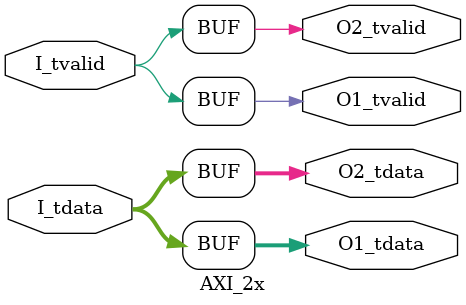
<source format=v>


`timescale 1ns / 1ps

module AXI_2x #(
    parameter WIDTH = 16
) (
    input  [WIDTH-1:0] I_tdata,
    input              I_tvalid,
    output [WIDTH-1:0] O1_tdata,
    output             O1_tvalid,
    output [WIDTH-1:0] O2_tdata,
    output             O2_tvalid
);
    // output assign
    assign O1_tdata  = I_tdata;
    assign O2_tdata  = I_tdata;
    assign O1_tvalid = I_tvalid;
    assign O2_tvalid = I_tvalid;
endmodule

</source>
